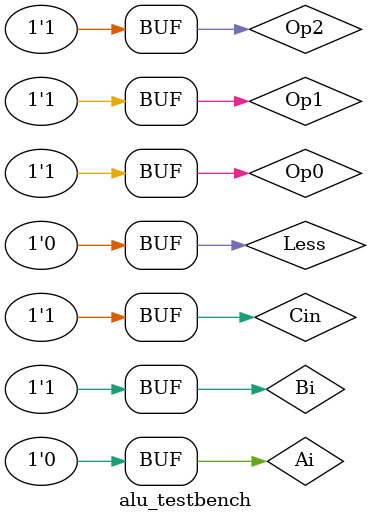
<source format=v>
`define DELAY 20
module alu_testbench(); 

reg Ai,Bi,Cin,Op2,Op1,Op0,Less;
wire Cout,Ri;

alu alu_gate(Ai,Bi,Cin,Cout,Less,Op2,Op1,Op0,Ri);

initial begin
Ai=1'b0; Bi=1'b1; Cin=1'b0; Less=1'b0; Op2=1'b0; Op1=1'b0; Op0=1'b0;
#`DELAY;
Ai=1'b0; Bi=1'b1; Cin=1'b0; Less=1'b0; Op2=1'b0; Op1=1'b0; Op0=1'b1;
#`DELAY;
Ai=1'b0; Bi=1'b1; Cin=1'b0; Less=1'b0; Op2=1'b0; Op1=1'b1; Op0=1'b0;
#`DELAY;
Ai=1'b0; Bi=1'b1; Cin=1'b0; Less=1'b0; Op2=1'b1; Op1=1'b1; Op0=1'b0;
#`DELAY;
Ai=1'b0; Bi=1'b1; Cin=1'b0; Less=1'b0; Op2=1'b1; Op1=1'b1; Op0=1'b1;
#`DELAY;
Ai=1'b0; Bi=1'b1; Cin=1'b1; Less=1'b0; Op2=1'b0; Op1=1'b0; Op0=1'b0;
#`DELAY;
Ai=1'b0; Bi=1'b1; Cin=1'b1; Less=1'b0; Op2=1'b0; Op1=1'b0; Op0=1'b1;
#`DELAY;
Ai=1'b0; Bi=1'b1; Cin=1'b1; Less=1'b0; Op2=1'b0; Op1=1'b1; Op0=1'b0;
#`DELAY;
Ai=1'b0; Bi=1'b1; Cin=1'b1; Less=1'b0; Op2=1'b1; Op1=1'b1; Op0=1'b0;
#`DELAY;
Ai=1'b0; Bi=1'b1; Cin=1'b1; Less=1'b0; Op2=1'b1; Op1=1'b1; Op0=1'b1;
end

initial
begin
$monitor("time = %2d, opcode(210)=%1b%1b%1b, Ai=%1b, Bi=%1b, Cin=%1b, Less=%1b, Ri=%1b, Cout=%1b", $time, Op2, Op1, Op0, Ai, Bi, Cin, Less, Ri, Cout);
end
 
endmodule
</source>
